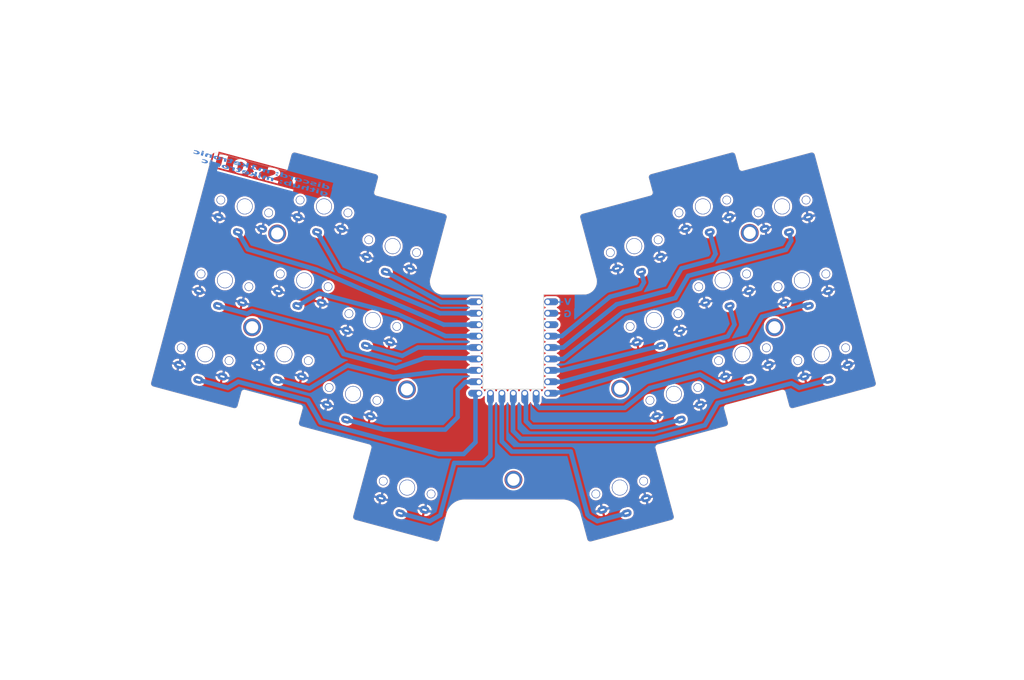
<source format=kicad_pcb>
(kicad_pcb (version 20240108) (generator "pcbnew") (generator_version "8.0")
  (title_block (title "Capsule") (date "2023-06-15") (rev "1.0"))
  (layers (0 "F.Cu" signal) (31 "B.Cu" signal) (34 "B.Paste" user) (35 "F.Paste" user) (36 "B.SilkS" user "B.Silkscreen") (37 "F.SilkS" user "F.Silkscreen") (38 "B.Mask" user) (39 "F.Mask" user) (44 "Edge.Cuts" user))
  (net 0 "")
  (net 1 "VCC")
  (net 2 "GND")
  (net 4 "SW01")
  (net 5 "SW11")
  (net 6 "SW02")
  (net 7 "SW12")
  (net 8 "SW03")
  (net 9 "SW13")
  (net 10 "SW04")
  (net 11 "SW14")
  (net 12 "SW05")
  (net 13 "SW15")
  (net 14 "SW06")
  (net 15 "SW16")
  (net 16 "SW07")
  (net 17 "SW17")
  (net 18 "SW08")
  (net 19 "SW18")
  (net 20 "SW09")
  (net 21 "SW19")
  (net 22 "SW10")
  (net 23 "SW20")
  (footprint "miketronic_fplib:M2_Solder_nut_small_HS" (layer "F.Cu") (at 152.085167 106.35586)
    (property "Reference" "H04" (hide yes))
    (property "Value" "M2 Solder Nut")
    (pad "" thru_hole circle (at 0 0) (size 3.8 3.8) (drill 2.7) (layers "*.Cu" "*.Mask"))
    (pad "1" smd circle (at 0 0) (size 4 4) (layers "F.Cu" "F.Mask"))
  )
  (footprint "miketronic_fplib:M2_Solder_nut_small_HS" (layer "F.Cu") (at 70.355462 92.708752)
    (property "Reference" "H06" (hide yes))
    (property "Value" "M2 Solder Nut")
    (pad "" thru_hole circle (at 0 0) (size 3.8 3.8) (drill 2.7) (layers "*.Cu" "*.Mask"))
    (pad "1" smd circle (at 0 0) (size 4 4) (layers "F.Cu" "F.Mask"))
  )
  (footprint "miketronic_fplib:M2_Solder_nut_small_HS" (layer "F.Cu") (at 180.853645 71.73019)
    (property "Reference" "H02" (hide yes))
    (property "Value" "M2 Solder Nut")
    (pad "" thru_hole circle (at 0 0) (size 3.8 3.8) (drill 2.7) (layers "*.Cu" "*.Mask"))
    (pad "1" smd circle (at 0 0) (size 4 4) (layers "F.Cu" "F.Mask"))
  )
  (footprint "miketronic_fplib:M2_Solder_nut_small_HS" (layer "F.Cu") (at 104.724421 106.503971)
    (property "Reference" "H05" (hide yes))
    (property "Value" "M2 Solder Nut")
    (pad "" thru_hole circle (at 0 0) (size 3.8 3.8) (drill 2.7) (layers "*.Cu" "*.Mask"))
    (pad "1" smd circle (at 0 0) (size 4 4) (layers "F.Cu" "F.Mask"))
  )
  (footprint "miketronic_fplib:M2_Solder_nut_small_HS" (layer "F.Cu") (at 128.390921 126.577005)
    (property "Reference" "H03" (hide yes))
    (property "Value" "M2 Solder Nut")
    (pad "" thru_hole circle (at 0 0) (size 3.8 3.8) (drill 2.7) (layers "*.Cu" "*.Mask"))
    (pad "1" smd circle (at 0 0) (size 4 4) (layers "F.Cu" "F.Mask"))
  )
  (footprint "miketronic_fplib:M2_Solder_nut_small_HS" (layer "F.Cu") (at 186.355463 92.708741)
    (property "Reference" "H01" (hide yes))
    (property "Value" "M2 Solder Nut")
    (pad "" thru_hole circle (at 0 0) (size 3.8 3.8) (drill 2.7) (layers "*.Cu" "*.Mask"))
    (pad "1" smd circle (at 0 0) (size 4 4) (layers "F.Cu" "F.Mask"))
  )
  (footprint "miketronic_fplib:M2_Solder_nut_small_HS" (layer "F.Cu") (at 75.91727 71.867916)
    (property "Reference" "H07" (hide yes))
    (property "Value" "M2 Solder Nut")
    (pad "" thru_hole circle (at 0 0) (size 3.8 3.8) (drill 2.7) (layers "*.Cu" "*.Mask"))
    (pad "1" smd circle (at 0 0) (size 4 4) (layers "F.Cu" "F.Mask"))
  )
  (footprint "miketronic_fplib:MB_KailhChoc-1U_rev_17mm_oval" (layer "B.Cu") (at 104.759435 131.121637 165)
    (property "Reference" "SW19")
    (property "Value" "SW")
    (pad "" np_thru_hole circle (at -4.8 2.7 296.9) (size 1.9 1.9) (drill 1.65) (layers "F&B.Cu" "*.Mask"))
    (pad "" np_thru_hole circle (at 0.7 2.7 345) (size 3.5 3.5) (drill 3.25) (layers "F&B.Cu" "*.Mask"))
    (pad "" np_thru_hole circle (at 6.2 2.7 296.9) (size 1.9 1.9) (drill 1.65) (layers "F&B.Cu" "*.Mask"))
    (pad "1" thru_hole oval (at 0.7 -3.2 165) (size 2.2 1.6) (drill oval 1 0.4) (layers "*.Cu" "*.Mask") (net 21 "SW19"))
    (pad "2" thru_hole oval (at -4.3 -1.1 165) (size 2.2 1.6) (drill oval 1 0.4) (layers "*.Cu" "*.Mask") (net 2 "GND"))
    (pad "2" thru_hole oval (at 5.7 -1.1 165) (size 2.2 1.6) (drill oval 1 0.4) (layers "*.Cu" "*.Mask") (net 2 "GND"))
  )
  (footprint "miketronic_fplib:MB_KailhChoc-1U_rev_17mm_oval" (layer "B.Cu") (at 64.291732 85.061279 165)
    (property "Reference" "SW07")
    (property "Value" "SW")
    (pad "" np_thru_hole circle (at -4.8 2.7 296.9) (size 1.9 1.9) (drill 1.65) (layers "F&B.Cu" "*.Mask"))
    (pad "" np_thru_hole circle (at 0.7 2.7 345) (size 3.5 3.5) (drill 3.25) (layers "F&B.Cu" "*.Mask"))
    (pad "" np_thru_hole circle (at 6.2 2.7 296.9) (size 1.9 1.9) (drill 1.65) (layers "F&B.Cu" "*.Mask"))
    (pad "1" thru_hole oval (at 0.7 -3.2 165) (size 2.2 1.6) (drill oval 1 0.4) (layers "*.Cu" "*.Mask") (net 16 "SW07"))
    (pad "2" thru_hole oval (at -4.3 -1.1 165) (size 2.2 1.6) (drill oval 1 0.4) (layers "*.Cu" "*.Mask") (net 2 "GND"))
    (pad "2" thru_hole oval (at 5.7 -1.1 165) (size 2.2 1.6) (drill oval 1 0.4) (layers "*.Cu" "*.Mask") (net 2 "GND"))
  )
  (footprint "miketronic_fplib:MB_KailhChoc-1U_rev_17mm_oval" (layer "B.Cu") (at 77.491829 101.482067 165)
    (property "Reference" "SW14")
    (property "Value" "SW")
    (pad "" np_thru_hole circle (at -4.8 2.7 296.9) (size 1.9 1.9) (drill 1.65) (layers "F&B.Cu" "*.Mask"))
    (pad "" np_thru_hole circle (at 0.7 2.7 345) (size 3.5 3.5) (drill 3.25) (layers "F&B.Cu" "*.Mask"))
    (pad "" np_thru_hole circle (at 6.2 2.7 296.9) (size 1.9 1.9) (drill 1.65) (layers "F&B.Cu" "*.Mask"))
    (pad "1" thru_hole oval (at 0.7 -3.2 165) (size 2.2 1.6) (drill oval 1 0.4) (layers "*.Cu" "*.Mask") (net 11 "SW14"))
    (pad "2" thru_hole oval (at -4.3 -1.1 165) (size 2.2 1.6) (drill oval 1 0.4) (layers "*.Cu" "*.Mask") (net 2 "GND"))
    (pad "2" thru_hole oval (at 5.7 -1.1 165) (size 2.2 1.6) (drill oval 1 0.4) (layers "*.Cu" "*.Mask") (net 2 "GND"))
  )
  (footprint "miketronic_fplib:MB_KailhChoc-1U_rev_17mm_oval" (layer "B.Cu") (at 193.825218 84.699001 -165)
    (property "Reference" "SW12")
    (property "Value" "SW")
    (pad "" np_thru_hole circle (at -4.8 2.7 326.9) (size 1.9 1.9) (drill 1.65) (layers "F&B.Cu" "*.Mask"))
    (pad "" np_thru_hole circle (at 0.700001 2.7 15) (size 3.5 3.5) (drill 3.25) (layers "F&B.Cu" "*.Mask"))
    (pad "" np_thru_hole circle (at 6.2 2.7 326.9) (size 1.9 1.9) (drill 1.65) (layers "F&B.Cu" "*.Mask"))
    (pad "1" thru_hole oval (at 0.7 -3.2 195) (size 2.2 1.6) (drill oval 1 0.4) (layers "*.Cu" "*.Mask") (net 7 "SW12"))
    (pad "2" thru_hole oval (at -4.3 -1.1 195) (size 2.2 1.6) (drill oval 1 0.4) (layers "*.Cu" "*.Mask") (net 2 "GND"))
    (pad "2" thru_hole oval (at 5.7 -1.1 195) (size 2.2 1.6) (drill oval 1 0.4) (layers "*.Cu" "*.Mask") (net 2 "GND"))
  )
  (footprint "miketronic_fplib:MB_KailhChoc-1U_rev_17mm_oval" (layer "B.Cu") (at 171.825291 68.278281 -165)
    (property "Reference" "SW05")
    (property "Value" "SW")
    (pad "" np_thru_hole circle (at -4.8 2.7 326.9) (size 1.9 1.9) (drill 1.65) (layers "F&B.Cu" "*.Mask"))
    (pad "" np_thru_hole circle (at 0.700001 2.7 15) (size 3.5 3.5) (drill 3.25) (layers "F&B.Cu" "*.Mask"))
    (pad "" np_thru_hole circle (at 6.2 2.7 326.9) (size 1.9 1.9) (drill 1.65) (layers "F&B.Cu" "*.Mask"))
    (pad "1" thru_hole oval (at 0.7 -3.2 195) (size 2.2 1.6) (drill oval 1 0.4) (layers "*.Cu" "*.Mask") (net 12 "SW05"))
    (pad "2" thru_hole oval (at -4.3 -1.1 195) (size 2.2 1.6) (drill oval 1 0.4) (layers "*.Cu" "*.Mask") (net 2 "GND"))
    (pad "2" thru_hole oval (at 5.7 -1.1 195) (size 2.2 1.6) (drill oval 1 0.4) (layers "*.Cu" "*.Mask") (net 2 "GND"))
  )
  (footprint "miketronic_fplib:MB_rp2040-zero-tht" (layer "B.Cu") (at 128.349492 97.208932 180)
    (property "Reference" "U1" (hide yes))
    (property "Value" "rp2040-zero" (hide yes))
    (fp_line (start 6.75 -9.25) (end 6.75 11.75) (stroke (width 0.15)) (layer "Edge.Cuts"))
    (fp_line (start -6.75 11.75) (end -6.75 -9.25) (stroke (width 0.15)) (layer "Edge.Cuts"))
    (fp_line (start -6.75 -9.25) (end 6.75 -9.25) (stroke (width 0.15)) (layer "Edge.Cuts"))
    (pad "1" thru_hole oval (at 7.62 10.16) (size 3.13 1.5) (drill 1 (offset -0.815 0)) (layers "*.Cu" "*.Mask") (net 8 "SW03"))
    (pad "2" thru_hole oval (at 7.62 7.62) (size 3.13 1.5) (drill 1 (offset -0.815 0)) (layers "*.Cu" "*.Mask") (net 6 "SW02"))
    (pad "3" thru_hole oval (at 7.62 5.08) (size 3.13 1.5) (drill 1 (offset -0.815 0)) (layers "*.Cu" "*.Mask") (net 4 "SW01"))
    (pad "4" thru_hole oval (at 7.62 2.539999) (size 3.13 1.5) (drill 1 (offset -0.815 0)) (layers "*.Cu" "*.Mask") (net 18 "SW08"))
    (pad "5" thru_hole oval (at 7.62 0) (size 3.13 1.5) (drill 1 (offset -0.815 0)) (layers "*.Cu" "*.Mask") (net 20 "SW09"))
    (pad "6" thru_hole oval (at 7.62 -2.54) (size 3.13 1.5) (drill 1 (offset -0.815 0)) (layers "*.Cu" "*.Mask") (net 16 "SW07"))
    (pad "7" thru_hole oval (at 7.62 -5.08) (size 3.13 1.5) (drill 1 (offset -0.815 0)) (layers "*.Cu" "*.Mask") (net 11 "SW14"))
    (pad "8" thru_hole oval (at 7.62 -7.62) (size 3.13 1.5) (drill 1 (offset -0.815 0)) (layers "*.Cu" "*.Mask") (net 13 "SW15"))
    (pad "9" thru_hole oval (at 7.62 -10.160001) (size 3.13 1.5) (drill 1 (offset -0.815 0)) (layers "*.Cu" "*.Mask") (net 9 "SW13"))
    (pad "10" thru_hole oval (at 5.08 -10.16 90) (size 3.09 1.5) (drill 1 (offset -0.795 0)) (layers "*.Cu" "*.Mask") (net 21 "SW19"))
    (pad "11" thru_hole oval (at 2.54 -10.16 90) (size 3.09 1.5) (drill 1 (offset -0.795 0)) (layers "*.Cu" "*.Mask") (net 23 "SW20"))
    (pad "12" thru_hole oval (at 0 -10.159999 90) (size 3.09 1.5) (drill 1 (offset -0.795 0)) (layers "*.Cu" "*.Mask") (net 19 "SW18"))
    (pad "13" thru_hole oval (at -2.54 -10.16 90) (size 3.09 1.5) (drill 1 (offset -0.795 0)) (layers "*.Cu" "*.Mask") (net 15 "SW16"))
    (pad "14" thru_hole oval (at -5.08 -10.16 90) (size 3.09 1.5) (drill 1 (offset -0.795 0)) (layers "*.Cu" "*.Mask") (net 17 "SW17"))
    (pad "15" thru_hole oval (at -7.62 -10.16 180) (size 3.13 1.5) (drill 1 (offset -0.815 0)) (layers "*.Cu" "*.Mask") (net 7 "SW12"))
    (pad "16" thru_hole oval (at -7.62 -7.62 180) (size 3.13 1.5) (drill 1 (offset -0.815 0)) (layers "*.Cu" "*.Mask") (net 5 "SW11"))
    (pad "17" thru_hole oval (at -7.62 -5.08 180) (size 3.13 1.5) (drill 1 (offset -0.815 0)) (layers "*.Cu" "*.Mask") (net 22 "SW10"))
    (pad "18" thru_hole oval (at -7.62 -2.54 180) (size 3.13 1.5) (drill 1 (offset -0.815 0)) (layers "*.Cu" "*.Mask") (net 14 "SW06"))
    (pad "19" thru_hole oval (at -7.62 0 180) (size 3.13 1.5) (drill 1 (offset -0.815 0)) (layers "*.Cu" "*.Mask") (net 12 "SW05"))
    (pad "20" thru_hole oval (at -7.62 2.54 180) (size 3.13 1.5) (drill 1 (offset -0.815 0)) (layers "*.Cu" "*.Mask") (net 10 "SW04"))
    (pad "21" thru_hole oval (at -7.62 5.08 180) (size 3.13 1.5) (drill 1 (offset -0.815 0)) (layers "*.Cu" "*.Mask"))
    (pad "22" thru_hole oval (at -7.62 7.62 180) (size 3.13 1.5) (drill 1 (offset -0.815 0)) (layers "*.Cu" "*.Mask") (net 2 "GND"))
    (pad "23" thru_hole oval (at -7.62 10.16 180) (size 3.13 1.5) (drill 1 (offset -0.815 0)) (layers "*.Cu" "*.Mask") (net 1 "VCC"))
  )
  (footprint "miketronic_fplib:MB_KailhChoc-1U_rev_17mm_oval" (layer "B.Cu") (at 92.738324 110.312888 165)
    (property "Reference" "SW15")
    (property "Value" "SW")
    (pad "" np_thru_hole circle (at -4.8 2.7 296.9) (size 1.9 1.9) (drill 1.65) (layers "F&B.Cu" "*.Mask"))
    (pad "" np_thru_hole circle (at 0.7 2.7 345) (size 3.5 3.5) (drill 3.25) (layers "F&B.Cu" "*.Mask"))
    (pad "" np_thru_hole circle (at 6.2 2.7 296.9) (size 1.9 1.9) (drill 1.65) (layers "F&B.Cu" "*.Mask"))
    (pad "1" thru_hole oval (at 0.7 -3.2 165) (size 2.2 1.6) (drill oval 1 0.4) (layers "*.Cu" "*.Mask") (net 13 "SW15"))
    (pad "2" thru_hole oval (at -4.3 -1.1 165) (size 2.2 1.6) (drill oval 1 0.4) (layers "*.Cu" "*.Mask") (net 2 "GND"))
    (pad "2" thru_hole oval (at 5.7 -1.1 165) (size 2.2 1.6) (drill oval 1 0.4) (layers "*.Cu" "*.Mask") (net 2 "GND"))
  )
  (footprint "miketronic_fplib:MB_KailhChoc-1U_rev_17mm_oval" (layer "B.Cu") (at 68.691665 68.640569 165)
    (property "Reference" "SW01")
    (property "Value" "SW")
    (pad "" np_thru_hole circle (at -4.8 2.7 296.9) (size 1.9 1.9) (drill 1.65) (layers "F&B.Cu" "*.Mask"))
    (pad "" np_thru_hole circle (at 0.7 2.7 345) (size 3.5 3.5) (drill 3.25) (layers "F&B.Cu" "*.Mask"))
    (pad "" np_thru_hole circle (at 6.2 2.7 296.9) (size 1.9 1.9) (drill 1.65) (layers "F&B.Cu" "*.Mask"))
    (pad "1" thru_hole oval (at 0.7 -3.2 165) (size 2.2 1.6) (drill oval 1 0.4) (layers "*.Cu" "*.Mask") (net 4 "SW01"))
    (pad "2" thru_hole oval (at -4.3 -1.1 165) (size 2.2 1.6) (drill oval 1 0.4) (layers "*.Cu" "*.Mask") (net 2 "GND"))
    (pad "2" thru_hole oval (at 5.7 -1.1 165) (size 2.2 1.6) (drill oval 1 0.4) (layers "*.Cu" "*.Mask") (net 2 "GND"))
  )
  (footprint "miketronic_fplib:MB_KailhChoc-1U_rev_17mm_oval" (layer "B.Cu") (at 176.225215 84.69902 -165)
    (property "Reference" "SW11")
    (property "Value" "SW")
    (pad "" np_thru_hole circle (at -4.8 2.7 326.9) (size 1.9 1.9) (drill 1.65) (layers "F&B.Cu" "*.Mask"))
    (pad "" np_thru_hole circle (at 0.700001 2.7 15) (size 3.5 3.5) (drill 3.25) (layers "F&B.Cu" "*.Mask"))
    (pad "" np_thru_hole circle (at 6.2 2.7 326.9) (size 1.9 1.9) (drill 1.65) (layers "F&B.Cu" "*.Mask"))
    (pad "1" thru_hole oval (at 0.7 -3.2 195) (size 2.2 1.6) (drill oval 1 0.4) (layers "*.Cu" "*.Mask") (net 5 "SW11"))
    (pad "2" thru_hole oval (at -4.3 -1.1 195) (size 2.2 1.6) (drill oval 1 0.4) (layers "*.Cu" "*.Mask") (net 2 "GND"))
    (pad "2" thru_hole oval (at 5.7 -1.1 195) (size 2.2 1.6) (drill oval 1 0.4) (layers "*.Cu" "*.Mask") (net 2 "GND"))
  )
  (footprint "miketronic_fplib:MB_KailhChoc-1U_rev_17mm_oval" (layer "B.Cu") (at 180.625138 101.119757 -165)
    (property "Reference" "SW17")
    (property "Value" "SW")
    (pad "" np_thru_hole circle (at -4.8 2.7 326.9) (size 1.9 1.9) (drill 1.65) (layers "F&B.Cu" "*.Mask"))
    (pad "" np_thru_hole circle (at 0.700001 2.7 15) (size 3.5 3.5) (drill 3.25) (layers "F&B.Cu" "*.Mask"))
    (pad "" np_thru_hole circle (at 6.2 2.7 326.9) (size 1.9 1.9) (drill 1.65) (layers "F&B.Cu" "*.Mask"))
    (pad "1" thru_hole oval (at 0.7 -3.2 195) (size 2.2 1.6) (drill oval 1 0.4) (layers "*.Cu" "*.Mask") (net 17 "SW17"))
    (pad "2" thru_hole oval (at -4.3 -1.1 195) (size 2.2 1.6) (drill oval 1 0.4) (layers "*.Cu" "*.Mask") (net 2 "GND"))
    (pad "2" thru_hole oval (at 5.7 -1.1 195) (size 2.2 1.6) (drill oval 1 0.4) (layers "*.Cu" "*.Mask") (net 2 "GND"))
  )
  (footprint "miketronic_fplib:MB_KailhChoc-1U_rev_17mm_oval" (layer "B.Cu") (at 59.891827 101.482083 165)
    (property "Reference" "SW13")
    (property "Value" "SW")
    (pad "" np_thru_hole circle (at -4.8 2.7 296.9) (size 1.9 1.9) (drill 1.65) (layers "F&B.Cu" "*.Mask"))
    (pad "" np_thru_hole circle (at 0.7 2.7 345) (size 3.5 3.5) (drill 3.25) (layers "F&B.Cu" "*.Mask"))
    (pad "" np_thru_hole circle (at 6.2 2.7 296.9) (size 1.9 1.9) (drill 1.65) (layers "F&B.Cu" "*.Mask"))
    (pad "1" thru_hole oval (at 0.7 -3.2 165) (size 2.2 1.6) (drill oval 1 0.4) (layers "*.Cu" "*.Mask") (net 9 "SW13"))
    (pad "2" thru_hole oval (at -4.3 -1.1 165) (size 2.2 1.6) (drill oval 1 0.4) (layers "*.Cu" "*.Mask") (net 2 "GND"))
    (pad "2" thru_hole oval (at 5.7 -1.1 165) (size 2.2 1.6) (drill oval 1 0.4) (layers "*.Cu" "*.Mask") (net 2 "GND"))
  )
  (footprint "miketronic_fplib:MB_KailhChoc-1U_rev_17mm_oval" (layer "B.Cu") (at 156.585267 77.108261 -165)
    (property "Reference" "SW04")
    (property "Value" "SW")
    (pad "" np_thru_hole circle (at -4.8 2.7 326.9) (size 1.9 1.9) (drill 1.65) (layers "F&B.Cu" "*.Mask"))
    (pad "" np_thru_hole circle (at 0.700001 2.7 15) (size 3.5 3.5) (drill 3.25) (layers "F&B.Cu" "*.Mask"))
    (pad "" np_thru_hole circle (at 6.2 2.7 326.9) (size 1.9 1.9) (drill 1.65) (layers "F&B.Cu" "*.Mask"))
    (pad "1" thru_hole oval (at 0.7 -3.2 195) (size 2.2 1.6) (drill oval 1 0.4) (layers "*.Cu" "*.Mask") (net 10 "SW04"))
    (pad "2" thru_hole oval (at -4.3 -1.1 195) (size 2.2 1.6) (drill oval 1 0.4) (layers "*.Cu" "*.Mask") (net 2 "GND"))
    (pad "2" thru_hole oval (at 5.7 -1.1 195) (size 2.2 1.6) (drill oval 1 0.4) (layers "*.Cu" "*.Mask") (net 2 "GND"))
  )
  (footprint "miketronic_fplib:MB_KailhChoc-1U_rev_17mm_oval" (layer "B.Cu") (at 101.538187 77.471471 165)
    (property "Reference" "SW03")
    (property "Value" "SW")
    (pad "" np_thru_hole circle (at -4.8 2.7 296.9) (size 1.9 1.9) (drill 1.65) (layers "F&B.Cu" "*.Mask"))
    (pad "" np_thru_hole circle (at 0.7 2.7 345) (size 3.5 3.5) (drill 3.25) (layers "F&B.Cu" "*.Mask"))
    (pad "" np_thru_hole circle (at 6.2 2.7 296.9) (size 1.9 1.9) (drill 1.65) (layers "F&B.Cu" "*.Mask"))
    (pad "1" thru_hole oval (at 0.7 -3.2 165) (size 2.2 1.6) (drill oval 1 0.4) (layers "*.Cu" "*.Mask") (net 8 "SW03"))
    (pad "2" thru_hole oval (at -4.3 -1.1 165) (size 2.2 1.6) (drill oval 1 0.4) (layers "*.Cu" "*.Mask") (net 2 "GND"))
    (pad "2" thru_hole oval (at 5.7 -1.1 165) (size 2.2 1.6) (drill oval 1 0.4) (layers "*.Cu" "*.Mask") (net 2 "GND"))
  )
  (footprint "miketronic_fplib:MB_KailhChoc-1U_rev_17mm_oval" (layer "B.Cu") (at 189.425294 68.278262 -165)
    (property "Reference" "SW06")
    (property "Value" "SW")
    (pad "" np_thru_hole circle (at -4.8 2.7 326.9) (size 1.9 1.9) (drill 1.65) (layers "F&B.Cu" "*.Mask"))
    (pad "" np_thru_hole circle (at 0.700001 2.7 15) (size 3.5 3.5) (drill 3.25) (layers "F&B.Cu" "*.Mask"))
    (pad "" np_thru_hole circle (at 6.2 2.7 326.9) (size 1.9 1.9) (drill 1.65) (layers "F&B.Cu" "*.Mask"))
    (pad "1" thru_hole oval (at 0.7 -3.2 195) (size 2.2 1.6) (drill oval 1 0.4) (layers "*.Cu" "*.Mask") (net 14 "SW06"))
    (pad "2" thru_hole oval (at -4.3 -1.1 195) (size 2.2 1.6) (drill oval 1 0.4) (layers "*.Cu" "*.Mask") (net 2 "GND"))
    (pad "2" thru_hole oval (at 5.7 -1.1 195) (size 2.2 1.6) (drill oval 1 0.4) (layers "*.Cu" "*.Mask") (net 2 "GND"))
  )
  (footprint "miketronic_fplib:MB_KailhChoc-1U_rev_17mm_oval" (layer "B.Cu") (at 81.89176 85.061359 165)
    (property "Reference" "SW08")
    (property "Value" "SW")
    (pad "" np_thru_hole circle (at -4.8 2.7 296.9) (size 1.9 1.9) (drill 1.65) (layers "F&B.Cu" "*.Mask"))
    (pad "" np_thru_hole circle (at 0.7 2.7 345) (size 3.5 3.5) (drill 3.25) (layers "F&B.Cu" "*.Mask"))
    (pad "" np_thru_hole circle (at 6.2 2.7 296.9) (size 1.9 1.9) (drill 1.65) (layers "F&B.Cu" "*.Mask"))
    (pad "1" thru_hole oval (at 0.7 -3.2 165) (size 2.2 1.6) (drill oval 1 0.4) (layers "*.Cu" "*.Mask") (net 18 "SW08"))
    (pad "2" thru_hole oval (at -4.3 -1.1 165) (size 2.2 1.6) (drill oval 1 0.4) (layers "*.Cu" "*.Mask") (net 2 "GND"))
    (pad "2" thru_hole oval (at 5.7 -1.1 165) (size 2.2 1.6) (drill oval 1 0.4) (layers "*.Cu" "*.Mask") (net 2 "GND"))
  )
  (footprint "miketronic_fplib:MB_KailhChoc-1U_rev_17mm_oval" (layer "B.Cu") (at 153.369096 130.758558 -165)
    (property "Reference" "SW20")
    (property "Value" "SW")
    (pad "" np_thru_hole circle (at -4.8 2.7 326.9) (size 1.9 1.9) (drill 1.65) (layers "F&B.Cu" "*.Mask"))
    (pad "" np_thru_hole circle (at 0.700001 2.7 15) (size 3.5 3.5) (drill 3.25) (layers "F&B.Cu" "*.Mask"))
    (pad "" np_thru_hole circle (at 6.2 2.7 326.9) (size 1.9 1.9) (drill 1.65) (layers "F&B.Cu" "*.Mask"))
    (pad "1" thru_hole oval (at 0.7 -3.2 195) (size 2.2 1.6) (drill oval 1 0.4) (layers "*.Cu" "*.Mask") (net 23 "SW20"))
    (pad "2" thru_hole oval (at -4.3 -1.1 195) (size 2.2 1.6) (drill oval 1 0.4) (layers "*.Cu" "*.Mask") (net 2 "GND"))
    (pad "2" thru_hole oval (at 5.7 -1.1 195) (size 2.2 1.6) (drill oval 1 0.4) (layers "*.Cu" "*.Mask") (net 2 "GND"))
  )
  (footprint "miketronic_fplib:MB_KailhChoc-1U_rev_17mm_oval" (layer "B.Cu") (at 160.985191 93.529002 -165)
    (property "Reference" "SW10")
    (property "Value" "SW")
    (pad "" np_thru_hole circle (at -4.8 2.7 326.9) (size 1.9 1.9) (drill 1.65) (layers "F&B.Cu" "*.Mask"))
    (pad "" np_thru_hole circle (at 0.700001 2.7 15) (size 3.5 3.5) (drill 3.25) (layers "F&B.Cu" "*.Mask"))
    (pad "" np_thru_hole circle (at 6.2 2.7 326.9) (size 1.9 1.9) (drill 1.65) (layers "F&B.Cu" "*.Mask"))
    (pad "1" thru_hole oval (at 0.7 -3.2 195) (size 2.2 1.6) (drill oval 1 0.4) (layers "*.Cu" "*.Mask") (net 22 "SW10"))
    (pad "2" thru_hole oval (at -4.3 -1.1 195) (size 2.2 1.6) (drill oval 1 0.4) (layers "*.Cu" "*.Mask") (net 2 "GND"))
    (pad "2" thru_hole oval (at 5.7 -1.1 195) (size 2.2 1.6) (drill oval 1 0.4) (layers "*.Cu" "*.Mask") (net 2 "GND"))
  )
  (footprint "miketronic_fplib:MB_KailhChoc-1U_rev_17mm_oval" (layer "B.Cu") (at 86.291667 68.640557 165)
    (property "Reference" "SW02")
    (property "Value" "SW")
    (pad "" np_thru_hole circle (at -4.8 2.7 296.9) (size 1.9 1.9) (drill 1.65) (layers "F&B.Cu" "*.Mask"))
    (pad "" np_thru_hole circle (at 0.7 2.7 345) (size 3.5 3.5) (drill 3.25) (layers "F&B.Cu" "*.Mask"))
    (pad "" np_thru_hole circle (at 6.2 2.7 296.9) (size 1.9 1.9) (drill 1.65) (layers "F&B.Cu" "*.Mask"))
    (pad "1" thru_hole oval (at 0.7 -3.2 165) (size 2.2 1.6) (drill oval 1 0.4) (layers "*.Cu" "*.Mask") (net 6 "SW02"))
    (pad "2" thru_hole oval (at -4.3 -1.1 165) (size 2.2 1.6) (drill oval 1 0.4) (layers "*.Cu" "*.Mask") (net 2 "GND"))
    (pad "2" thru_hole oval (at 5.7 -1.1 165) (size 2.2 1.6) (drill oval 1 0.4) (layers "*.Cu" "*.Mask") (net 2 "GND"))
  )
  (footprint "miketronic_fplib:MB_KailhChoc-1U_rev_17mm_oval" (layer "B.Cu") (at 165.385115 109.94974 -165)
    (property "Reference" "SW16")
    (property "Value" "SW")
    (pad "" np_thru_hole circle (at -4.8 2.7 326.9) (size 1.9 1.9) (drill 1.65) (layers "F&B.Cu" "*.Mask"))
    (pad "" np_thru_hole circle (at 0.700001 2.7 15) (size 3.5 3.5) (drill 3.25) (layers "F&B.Cu" "*.Mask"))
    (pad "" np_thru_hole circle (at 6.2 2.7 326.9) (size 1.9 1.9) (drill 1.65) (layers "F&B.Cu" "*.Mask"))
    (pad "1" thru_hole oval (at 0.7 -3.2 195) (size 2.2 1.6) (drill oval 1 0.4) (layers "*.Cu" "*.Mask") (net 15 "SW16"))
    (pad "2" thru_hole oval (at -4.3 -1.1 195) (size 2.2 1.6) (drill oval 1 0.4) (layers "*.Cu" "*.Mask") (net 2 "GND"))
    (pad "2" thru_hole oval (at 5.7 -1.1 195) (size 2.2 1.6) (drill oval 1 0.4) (layers "*.Cu" "*.Mask") (net 2 "GND"))
  )
  (footprint "miketronic_fplib:MB_KailhChoc-1U_rev_17mm_oval" (layer "B.Cu") (at 198.225138 101.119741 -165)
    (property "Reference" "SW18")
    (property "Value" "SW")
    (pad "" np_thru_hole circle (at -4.8 2.7 326.9) (size 1.9 1.9) (drill 1.65) (layers "F&B.Cu" "*.Mask"))
    (pad "" np_thru_hole circle (at 0.700001 2.7 15) (size 3.5 3.5) (drill 3.25) (layers "F&B.Cu" "*.Mask"))
    (pad "" np_thru_hole circle (at 6.2 2.7 326.9) (size 1.9 1.9) (drill 1.65) (layers "F&B.Cu" "*.Mask"))
    (pad "1" thru_hole oval (at 0.7 -3.2 195) (size 2.2 1.6) (drill oval 1 0.4) (layers "*.Cu" "*.Mask") (net 19 "SW18"))
    (pad "2" thru_hole oval (at -4.3 -1.1 195) (size 2.2 1.6) (drill oval 1 0.4) (layers "*.Cu" "*.Mask") (net 2 "GND"))
    (pad "2" thru_hole oval (at 5.7 -1.1 195) (size 2.2 1.6) (drill oval 1 0.4) (layers "*.Cu" "*.Mask") (net 2 "GND"))
  )
  (footprint "miketronic_fplib:MB_KailhChoc-1U_rev_17mm_oval" (layer "B.Cu") (at 97.138257 93.892179 165)
    (property "Reference" "SW09")
    (property "Value" "SW")
    (pad "" np_thru_hole circle (at -4.8 2.7 296.9) (size 1.9 1.9) (drill 1.65) (layers "F&B.Cu" "*.Mask"))
    (pad "" np_thru_hole circle (at 0.7 2.7 345) (size 3.5 3.5) (drill 3.25) (layers "F&B.Cu" "*.Mask"))
    (pad "" np_thru_hole circle (at 6.2 2.7 296.9) (size 1.9 1.9) (drill 1.65) (layers "F&B.Cu" "*.Mask"))
    (pad "1" thru_hole oval (at 0.7 -3.2 165) (size 2.2 1.6) (drill oval 1 0.4) (layers "*.Cu" "*.Mask") (net 20 "SW09"))
    (pad "2" thru_hole oval (at -4.3 -1.1 165) (size 2.2 1.6) (drill oval 1 0.4) (layers "*.Cu" "*.Mask") (net 2 "GND"))
    (pad "2" thru_hole oval (at 5.7 -1.1 165) (size 2.2 1.6) (drill oval 1 0.4) (layers "*.Cu" "*.Mask") (net 2 "GND"))
  )
  (gr_line (start 145.659816 140.290065) (end 163.489469 135.518965) (stroke (width 0.05)) (layer "Edge.Cuts"))
  (gr_arc (start 176.779113 53.897873) (mid 177.322145 53.950196) (end 177.659463 54.378969) (stroke (width 0.05)) (layer "Edge.Cuts"))
  (gr_line (start 178.479469 57.438966) (end 177.659463 54.378969) (stroke (width 0.05)) (layer "Edge.Cuts"))
  (gr_line (start 67.949113 107.100065) (end 67.119816 110.177872) (stroke (width 0.05)) (layer "Edge.Cuts"))
  (gr_line (start 81.250561 114.699319) (end 96.348366 118.73862) (stroke (width 0.05)) (layer "Edge.Cuts"))
  (gr_arc (start 81.098368 109.908618) (mid 81.527236 110.245896) (end 81.579465 110.788967) (stroke (width 0.05)) (layer "Edge.Cuts"))
  (gr_arc (start 208.830562 104.988616) (mid 208.778304 105.531704) (end 208.349468 105.868965) (stroke (width 0.05)) (layer "Edge.Cuts"))
  (gr_line (start 163.970562 134.638613) (end 159.938369 119.619321) (stroke (width 0.05)) (layer "Edge.Cuts"))
  (gr_arc (start 143.238368 68.379321) (mid 143.29074 67.83631) (end 143.719465 67.49897) (stroke (width 0.05)) (layer "Edge.Cuts"))
  (gr_arc (start 158.478367 59.559323) (mid 158.530736 59.016328) (end 158.959461 58.678971) (stroke (width 0.05)) (layer "Edge.Cuts"))
  (gr_line (start 96.829468 119.618968) (end 92.808368 134.628613) (stroke (width 0.05)) (layer "Edge.Cuts"))
  (gr_line (start 143.238368 68.379321) (end 146.88358 82.023525) (stroke (width 0.05)) (layer "Edge.Cuts"))
  (gr_arc (start 159.29056 62.568617) (mid 159.238245 63.111643) (end 158.809464 63.448967) (stroke (width 0.05)) (layer "Edge.Cuts"))
  (gr_arc (start 175.990562 113.818616) (mid 175.938304 114.361704) (end 175.509467 114.698965) (stroke (width 0.05)) (layer "Edge.Cuts"))
  (gr_arc (start 97.808369 58.678616) (mid 98.237238 59.015895) (end 98.289463 59.558968) (stroke (width 0.05)) (layer "Edge.Cuts"))
  (gr_line (start 143.719465 67.49897) (end 158.809464 63.448967) (stroke (width 0.05)) (layer "Edge.Cuts"))
  (gr_arc (start 61.459112 54.380063) (mid 61.796424 53.95126) (end 62.339466 53.898969) (stroke (width 0.05)) (layer "Edge.Cuts"))
  (gr_arc (start 187.939111 106.627875) (mid 188.482144 106.680196) (end 188.819461 107.10897) (stroke (width 0.05)) (layer "Edge.Cuts"))
  (gr_arc (start 79.099114 54.370067) (mid 79.436439 53.941327) (end 79.979463 53.888967) (stroke (width 0.05)) (layer "Edge.Cuts"))
  (gr_line (start 144.779465 139.808969) (end 143.28651 134.197346) (stroke (width 0.05)) (layer "Edge.Cuts"))
  (gr_arc (start 190.519819 110.660064) (mid 189.976768 110.607758) (end 189.639466 110.178968) (stroke (width 0.05)) (layer "Edge.Cuts"))
  (gr_arc (start 146.88358 82.023525) (mid 146.329001 84.283576) (end 144.306799 85.435124) (stroke (width 0.05)) (layer "Edge.Cuts"))
  (gr_arc (start 111.979465 139.80897) (mid 111.642139 140.237699) (end 111.099114 140.290064) (stroke (width 0.05)) (layer "Edge.Cuts"))
  (gr_arc (start 67.119816 110.177872) (mid 66.782505 110.606635) (end 66.239461 110.65897) (stroke (width 0.05)) (layer "Edge.Cuts"))
  (gr_line (start 112.441211 85.453881) (end 121.599466 85.458969) (stroke (width 0.05)) (layer "Edge.Cuts"))
  (gr_arc (start 145.659816 140.290065) (mid 145.116812 140.237701) (end 144.779465 139.808969) (stroke (width 0.05)) (layer "Edge.Cuts"))
  (gr_arc (start 78.276772 57.440187) (mid 77.939511 57.869043) (end 77.39642 57.921286) (stroke (width 0.05)) (layer "Edge.Cuts"))
  (gr_arc (start 97.960558 63.459321) (mid 97.531802 63.121996) (end 97.479466 62.57897) (stroke (width 0.05)) (layer "Edge.Cuts"))
  (gr_line (start 179.359815 57.920067) (end 194.419115 53.897869) (stroke (width 0.05)) (layer "Edge.Cuts"))
  (gr_line (start 113.482416 134.207347) (end 111.979465 139.80897) (stroke (width 0.05)) (layer "Edge.Cuts"))
  (gr_line (start 93.289464 135.508967) (end 111.099114 140.290064) (stroke (width 0.05)) (layer "Edge.Cuts"))
  (gr_line (start 81.579465 110.788967) (end 80.769463 113.81897) (stroke (width 0.05)) (layer "Edge.Cuts"))
  (gr_line (start 158.478367 59.559323) (end 159.29056 62.568617) (stroke (width 0.05)) (layer "Edge.Cuts"))
  (gr_arc (start 81.250561 114.699319) (mid 80.8218 114.362013) (end 80.769463 113.81897) (stroke (width 0.05)) (layer "Edge.Cuts"))
  (gr_line (start 61.459112 54.380063) (end 47.929466 104.988965) (stroke (width 0.05)) (layer "Edge.Cuts"))
  (gr_arc (start 175.178367 110.789324) (mid 175.230737 110.24631) (end 175.659464 109.908971) (stroke (width 0.05)) (layer "Edge.Cuts"))
  (gr_line (start 48.41056 105.869318) (end 66.239461 110.65897) (stroke (width 0.05)) (layer "Edge.Cuts"))
  (gr_line (start 160.41946 118.73897) (end 175.509467 114.698965) (stroke (width 0.05)) (layer "Edge.Cuts"))
  (gr_line (start 158.959461 58.678971) (end 176.779113 53.897873) (stroke (width 0.05)) (layer "Edge.Cuts"))
  (gr_arc (start 113.482416 134.207347) (mid 114.94317 131.889657) (end 117.529464 130.986077) (stroke (width 0.05)) (layer "Edge.Cuts"))
  (gr_line (start 175.659464 109.908971) (end 187.939111 106.627875) (stroke (width 0.05)) (layer "Edge.Cuts"))
  (gr_arc (start 194.419115 53.897869) (mid 194.962177 53.950137) (end 195.299461 54.37897) (stroke (width 0.05)) (layer "Edge.Cuts"))
  (gr_arc (start 93.289464 135.508967) (mid 92.860679 135.171641) (end 92.808368 134.628613) (stroke (width 0.05)) (layer "Edge.Cuts"))
  (gr_line (start 189.639466 110.178968) (end 188.819461 107.10897) (stroke (width 0.05)) (layer "Edge.Cuts"))
  (gr_arc (start 67.949113 107.100065) (mid 68.286441 106.671324) (end 68.829466 106.618969) (stroke (width 0.05)) (layer "Edge.Cuts"))
  (gr_line (start 62.339466 53.898969) (end 77.39642 57.921286) (stroke (width 0.05)) (layer "Edge.Cuts"))
  (gr_line (start 97.479466 62.57897) (end 98.289463 59.558968) (stroke (width 0.05)) (layer "Edge.Cuts"))
  (gr_line (start 190.519819 110.660064) (end 208.349468 105.868965) (stroke (width 0.05)) (layer "Edge.Cuts"))
  (gr_line (start 109.875351 82.043524) (end 113.529466 68.388969) (stroke (width 0.05)) (layer "Edge.Cuts"))
  (gr_line (start 117.529464 130.986077) (end 139.239463 130.976078) (stroke (width 0.05)) (layer "Edge.Cuts"))
  (gr_arc (start 139.239463 130.976078) (mid 141.825698 131.879739) (end 143.28651 134.197346) (stroke (width 0.05)) (layer "Edge.Cuts"))
  (gr_line (start 208.830562 104.988616) (end 195.299461 54.37897) (stroke (width 0.05)) (layer "Edge.Cuts"))
  (gr_arc (start 113.048364 67.508619) (mid 113.477166 67.845929) (end 113.529466 68.388969) (stroke (width 0.05)) (layer "Edge.Cuts"))
  (gr_line (start 175.990562 113.818616) (end 175.178367 110.789324) (stroke (width 0.05)) (layer "Edge.Cuts"))
  (gr_line (start 79.979463 53.888967) (end 97.808369 58.678616) (stroke (width 0.05)) (layer "Edge.Cuts"))
  (gr_line (start 79.099114 54.370067) (end 78.276772 57.440187) (stroke (width 0.05)) (layer "Edge.Cuts"))
  (gr_arc (start 159.938369 119.619321) (mid 159.990739 119.076329) (end 160.41946 118.73897) (stroke (width 0.05)) (layer "Edge.Cuts"))
  (gr_arc (start 179.359815 57.920067) (mid 178.816765 57.867758) (end 178.479469 57.438966) (stroke (width 0.05)) (layer "Edge.Cuts"))
  (gr_line (start 68.829466 106.618969) (end 81.098368 109.908618) (stroke (width 0.05)) (layer "Edge.Cuts"))
  (gr_line (start 97.960558 63.459321) (end 113.048364 67.508619) (stroke (width 0.05)) (layer "Edge.Cuts"))
  (gr_arc (start 96.348366 118.73862) (mid 96.777172 119.075913) (end 96.829468 119.618968) (stroke (width 0.05)) (layer "Edge.Cuts"))
  (gr_arc (start 48.41056 105.869318) (mid 47.981873 105.531958) (end 47.929466 104.988965) (stroke (width 0.05)) (layer "Edge.Cuts"))
  (gr_arc (start 163.970562 134.638613) (mid 163.918306 135.181686) (end 163.489469 135.518965) (stroke (width 0.05)) (layer "Edge.Cuts"))
  (gr_line (start 135.099466 85.458964) (end 144.306799 85.435124) (stroke (width 0.05)) (layer "Edge.Cuts"))
  (gr_arc (start 112.441211 85.453881) (mid 110.426614 84.299186) (end 109.875351 82.043524) (stroke (width 0.05)) (layer "Edge.Cuts"))
  (gr_text "10x2 v3" (at 61.604851 57.415769 -15) (layer "F.Cu" knockout) (effects (font (size 3 4) (thickness 0.4) (bold yes)) (justify left bottom)))
  (gr_text "discord: m1ketronic" (at 87.48 62.31 345) (layer "B.Cu") (effects (font (size 1 2) (thickness 0.2) (bold yes) (italic yes)) (justify left bottom mirror)))
  (gr_text "github: miketronic" (at 87.1 63.72 -15) (layer "B.Cu") (effects (font (size 1 2) (thickness 0.2) (bold yes) (italic yes)) (justify left bottom mirror)))
  (gr_text "V+" (at 141.255437 88.008733 0) (layer "B.Cu") (effects (font (size 1.5 1.5) (thickness 0.375) (bold yes)) (justify left bottom mirror)))
  (gr_text "G" (at 141.25544 90.698967 0) (layer "B.Cu") (effects (font (size 1.5 1.5) (thickness 0.375) (bold yes)) (justify left bottom mirror)))
  (segment (start 112.909851 92.125769) (end 112.913014 92.128932) (width 1) (layer "B.Cu") (net 4))
  (segment (start 67.187295 71.55036) (end 69.395865 75.375715) (width 1) (layer "B.Cu") (net 4))
  (segment (start 84.584852 79.875769) (end 112.909851 92.125769) (width 1) (layer "B.Cu") (net 4))
  (segment (start 112.913014 92.128932) (end 120.729493 92.128932) (width 1) (layer "B.Cu") (net 4))
  (segment (start 69.395865 75.375715) (end 84.584852 79.875769) (width 1) (layer "B.Cu") (net 4))
  (segment (start 176.377287 87.971156) (end 177.481849 92.093436) (width 1) (layer "B.Cu") (net 5))
  (segment (start 177.481849 92.093436) (end 175.962489 94.725044) (width 1) (layer "B.Cu") (net 5))
  (segment (start 135.969492 104.828932) (end 139.081689 104.828932) (width 1) (layer "B.Cu") (net 5))
  (segment (start 139.081689 104.828932) (end 175.962489 94.725044) (width 1) (layer "B.Cu") (net 5))
  (segment (start 84.787299 71.550345) (end 89.772442 80.184866) (width 1) (layer "B.Cu") (net 6))
  (segment (start 120.729491 89.588932) (end 112.098015 89.588931) (width 1) (layer "B.Cu") (net 6))
  (segment (start 112.098015 89.588931) (end 89.772442 80.184866) (width 1) (layer "B.Cu") (net 6))
  (segment (start 180.762087 95.25073) (end 183.590515 90.351751) (width 1) (layer "B.Cu") (net 7))
  (segment (start 183.590515 90.351751) (end 193.501108 87.696216) (width 1) (layer "B.Cu") (net 7))
  (segment (start 139.209851 107.150769) (end 169.653941 98.227147) (width 1) (layer "B.Cu") (net 7))
  (segment (start 135.969493 107.368932) (end 139.209851 107.150769) (width 1) (layer "B.Cu") (net 7))
  (segment (start 193.501108 87.696216) (end 193.977289 87.971139) (width 1) (layer "B.Cu") (net 7))
  (segment (start 169.653941 98.227147) (end 180.762087 95.25073) (width 1) (layer "B.Cu") (net 7))
  (segment (start 120.684649 87.093774) (end 120.729494 87.048931) (width 1) (layer "B.Cu") (net 8))
  (segment (start 100.033819 80.381261) (end 112.334851 87.150769) (width 1) (layer "B.Cu") (net 8))
  (segment (start 120.627655 87.150768) (end 120.729492 87.048932) (width 1) (layer "B.Cu") (net 8))
  (segment (start 112.334851 87.150769) (end 120.627655 87.150768) (width 1) (layer "B.Cu") (net 8))
  (segment (start 120.729492 107.368932) (end 119.954836 108.14359) (width 1) (layer "B.Cu") (net 9))
  (segment (start 85.560445 113.862296) (end 111.798187 120.875769) (width 1) (layer "B.Cu") (net 9))
  (segment (start 119.954835 118.255785) (end 117.334851 120.875768) (width 1) (layer "B.Cu") (net 9))
  (segment (start 67.277204 104.822211) (end 82.732015 108.963316) (width 1) (layer "B.Cu") (net 9))
  (segment (start 82.732015 108.963316) (end 85.560445 113.862296) (width 1) (layer "B.Cu") (net 9))
  (segment (start 58.387458 104.391873) (end 64.968362 106.155221) (width 1) (layer "B.Cu") (net 9))
  (segment (start 64.968362 106.155221) (end 67.277204 104.822211) (width 1) (layer "B.Cu") (net 9))
  (segment (start 117.334851 120.875768) (end 111.798187 120.875769) (width 1) (layer "B.Cu") (net 9))
  (segment (start 119.954836 108.14359) (end 119.954835 118.255785) (width 1) (layer "B.Cu") (net 9))
  (segment (start 157.368625 82.736387) (end 156.560685 84.135783) (width 1) (layer "B.Cu") (net 10))
  (segment (start 156.73734 80.380398) (end 157.368625 82.736387) (width 1) (layer "B.Cu") (net 10))
  (segment (start 135.969493 94.668932) (end 139.116689 94.668932) (width 1) (layer "B.Cu") (net 10))
  (segment (start 139.116689 94.668932) (end 149.799205 85.947514) (width 1) (layer "B.Cu") (net 10))
  (segment (start 135.969493 94.668932) (end 135.969491 94.668931) (width 1) (layer "B.Cu") (net 10))
  (segment (start 156.560685 84.135783) (end 149.799205 85.947514) (width 1) (layer "B.Cu") (net 10))
  (segment (start 75.987459 104.391855) (end 83.104394 106.298833) (width 1) (layer "B.Cu") (net 11))
  (segment (start 112.435479 102.428469) (end 120.589956 102.428469) (width 1) (layer "B.Cu") (net 11))
  (segment (start 83.104394 106.298833) (end 91.509851 101.175769) (width 1) (layer "B.Cu") (net 11))
  (segment (start 101.609851 103.775769) (end 112.435479 102.428469) (width 1) (layer "B.Cu") (net 11))
  (segment (start 120.589956 102.428469) (end 120.729492 102.288931) (width 1) (layer "B.Cu") (net 11))
  (segment (start 91.509851 101.175769) (end 101.609851 103.775769) (width 1) (layer "B.Cu") (net 11))
  (segment (start 135.969492 97.208932) (end 139.401688 97.208932) (width 1) (layer "B.Cu") (net 12))
  (segment (start 165.702307 79.615739) (end 162.873878 84.514717) (width 1) (layer "B.Cu") (net 12))
  (segment (start 162.873878 84.514717) (end 151.282768 87.620548) (width 1) (layer "B.Cu") (net 12))
  (segment (start 173.27604 76.397143) (end 172.463785 77.804006) (width 1) (layer "B.Cu") (net 12))
  (segment (start 172.463785 77.804006) (end 165.702307 79.615739) (width 1) (layer "B.Cu") (net 12))
  (segment (start 139.401688 97.208932) (end 151.282768 87.620548) (width 1) (layer "B.Cu") (net 12))
  (segment (start 171.977364 71.550417) (end 173.27604 76.397143) (width 1) (layer "B.Cu") (net 12))
  (segment (start 117.682661 104.877958) (end 120.680466 104.877958) (width 1) (layer "B.Cu") (net 13))
  (segment (start 115.984851 106.57577) (end 117.682661 104.877958) (width 1) (layer "B.Cu") (net 13))
  (segment (start 91.233954 113.222678) (end 99.58485 115.450769) (width 1) (layer "B.Cu") (net 13))
  (segment (start 114.759851 113.925769) (end 115.984851 112.700769) (width 1) (layer "B.Cu") (net 13))
  (segment (start 99.58485 115.450769) (end 113.234851 115.450769) (width 1) (layer "B.Cu") (net 13))
  (segment (start 120.680466 104.877958) (end 120.729493 104.828933) (width 1) (layer "B.Cu") (net 13))
  (segment (start 115.984851 112.700769) (end 115.984851 106.57577) (width 1) (layer "B.Cu") (net 13))
  (segment (start 113.234851 115.450769) (end 114.759851 113.925769) (width 1) (layer "B.Cu") (net 13))
  (segment (start 164.357443 86.187752) (end 152.766332 89.29358) (width 1) (layer "B.Cu") (net 14))
  (segment (start 190.085219 73.445739) (end 188.919201 75.465345) (width 1) (layer "B.Cu") (net 14))
  (segment (start 167.185869 81.288771) (end 164.357443 86.187752) (width 1) (layer "B.Cu") (net 14))
  (segment (start 189.577367 71.550398) (end 190.085219 73.445739) (width 1) (layer "B.Cu") (net 14))
  (segment (start 188.919201 75.465345) (end 167.185869 81.288771) (width 1) (layer "B.Cu") (net 14))
  (segment (start 135.969491 99.748932) (end 139.436689 99.748931) (width 1) (layer "B.Cu") (net 14))
  (segment (start 139.436689 99.748931) (end 152.766332 89.29358) (width 1) (layer "B.Cu") (net 14))
  (segment (start 131.155609 113.600768) (end 131.15561 107.635047) (width 1) (layer "B.Cu") (net 15))
  (segment (start 159.609851 114.850769) (end 132.405609 114.850769) (width 1) (layer "B.Cu") (net 15))
  (segment (start 132.405609 114.850769) (end 131.155609 113.600768) (width 1) (layer "B.Cu") (net 15))
  (segment (start 165.537187 113.221876) (end 159.609851 114.850769) (width 1) (layer "B.Cu") (net 15))
  (segment (start 131.15561 107.635047) (end 130.889493 107.368933) (width 1) (layer "B.Cu") (net 15))
  (segment (start 69.257375 89.704704) (end 70.341398 89.078841) (width 1) (layer "B.Cu") (net 16))
  (segment (start 102.278 101.777333) (end 108.697351 99.533998) (width 1) (layer "B.Cu") (net 16))
  (segment (start 108.697351 99.533998) (end 120.59199 99.611429) (width 1) (layer "B.Cu") (net 16))
  (segment (start 120.59199 99.611429) (end 120.729494 99.748931) (width 1) (layer "B.Cu") (net 16))
  (segment (start 70.341398 89.078841) (end 87.839047 93.767322) (width 1) (layer "B.Cu") (net 16))
  (segment (start 90.667473 98.666301) (end 102.278 101.777333) (width 1) (layer "B.Cu") (net 16))
  (segment (start 87.839047 93.767322) (end 90.667473 98.666301) (width 1) (layer "B.Cu") (net 16))
  (segment (start 62.787364 87.971067) (end 69.257375 89.704704) (width 1) (layer "B.Cu") (net 16))
  (segment (start 134.184851 110.625769) (end 153.100615 110.625769) (width 1) (layer "B.Cu") (net 17))
  (segment (start 153.100615 110.625769) (end 158.634851 106.21974) (width 1) (layer "B.Cu") (net 17))
  (segment (start 180.77721 104.391894) (end 174.677293 106.026363) (width 1) (layer "B.Cu") (net 17))
  (segment (start 174.677293 106.026363) (end 169.820812 103.22247) (width 1) (layer "B.Cu") (net 17))
  (segment (start 133.429492 109.870409) (end 134.184851 110.625769) (width 1) (layer "B.Cu") (net 17))
  (segment (start 169.820812 103.22247) (end 158.634851 106.21974) (width 1) (layer "B.Cu") (net 17))
  (segment (start 133.429492 107.368931) (end 133.429492 109.870409) (width 1) (layer "B.Cu") (net 17))
  (segment (start 102.709851 89.825769) (end 113.309851 94.650769) (width 1) (layer "B.Cu") (net 18))
  (segment (start 80.387391 87.971149) (end 85.244934 85.166646) (width 1) (layer "B.Cu") (net 18))
  (segment (start 120.711329 94.650769) (end 120.729492 94.668932) (width 1) (layer "B.Cu") (net 18))
  (segment (start 85.244934 85.166646) (end 102.709851 89.825769) (width 1) (layer "B.Cu") (net 18))
  (segment (start 113.309851 94.650769) (end 120.711329 94.650769) (width 1) (layer "B.Cu") (net 18))
  (segment (start 170.897269 114.458421) (end 159.684851 117.500769) (width 1) (layer "B.Cu") (net 19))
  (segment (start 173.725696 109.559441) (end 170.897269 114.458421) (width 1) (layer "B.Cu") (net 19))
  (segment (start 198.377213 104.391878) (end 191.84736 106.141546) (width 1) (layer "B.Cu") (net 19))
  (segment (start 159.684851 117.500769) (end 130.034851 117.500769) (width 1) (layer "B.Cu") (net 19))
  (segment (start 130.034851 117.500769) (end 128.284851 115.750769) (width 1) (layer "B.Cu") (net 19))
  (segment (start 128.284851 115.750769) (end 128.284851 107.433571) (width 1) (layer "B.Cu") (net 19))
  (segment (start 190.146435 105.159515) (end 173.725696 109.559441) (width 1) (layer "B.Cu") (net 19))
  (segment (start 128.257831 107.460592) (end 128.349493 107.368929) (width 1) (layer "B.Cu") (net 19))
  (segment (start 191.84736 106.141546) (end 190.146435 105.159515) (width 1) (layer "B.Cu") (net 19))
  (segment (start 128.284851 107.433571) (end 128.349493 107.368931) (width 1) (layer "B.Cu") (net 19))
  (segment (start 107.195148 97.208931) (end 120.729493 97.208933) (width 1) (layer "B.Cu") (net 20))
  (segment (start 95.633887 96.801968) (end 103.697351 99.033997) (width 1) (layer "B.Cu") (net 20))
  (segment (start 103.697351 99.033997) (end 107.195148 97.208931) (width 1) (layer "B.Cu") (net 20))
  (segment (start 123.269492 107.368932) (end 123.269492 121.241128) (width 1) (layer "B.Cu") (net 21))
  (segment (start 112.139495 134.442721) (end 109.809814 135.787763) (width 1) (layer "B.Cu") (net 21))
  (segment (start 121.659007 122.851613) (end 115.245325 122.851613) (width 1) (layer "B.Cu") (net 21))
  (segment (start 123.269492 121.241128) (end 121.659007 122.851613) (width 1) (layer "B.Cu") (net 21))
  (segment (start 109.809814 135.787763) (end 103.255066 134.031426) (width 1) (layer "B.Cu") (net 21))
  (segment (start 115.245325 122.851613) (end 112.139495 134.442721) (width 1) (layer "B.Cu") (net 21))
  (segment (start 135.969493 102.288931) (end 139.171689 102.288932) (width 1) (layer "B.Cu") (net 22))
  (segment (start 139.171689 102.288932) (end 161.137264 96.801138) (width 1) (layer "B.Cu") (net 22))
  (segment (start 125.784851 107.393573) (end 125.809492 107.368932) (width 1) (layer "B.Cu") (net 23))
  (segment (start 147.008705 135.775704) (end 145.284142 134.780026) (width 1) (layer "B.Cu") (net 23))
  (segment (start 144.831545 134.327429) (end 141.109851 120.325769) (width 1) (layer "B.Cu") (net 23))
  (segment (start 128.034851 120.325769) (end 125.784852 118.075769) (width 1) (layer "B.Cu") (net 23))
  (segment (start 125.784852 118.075769) (end 125.784851 107.393573) (width 1) (layer "B.Cu") (net 23))
  (segment (start 145.284142 134.780026) (end 144.831545 134.327429) (width 1) (layer "B.Cu") (net 23))
  (segment (start 141.109851 120.325769) (end 128.034851 120.325769) (width 1) (layer "B.Cu") (net 23))
  (segment (start 153.52117 134.030692) (end 147.008705 135.775704) (width 1) (layer "B.Cu") (net 23))
  (zone (net 2) (net_name "GND") (layer "F.Cu") (connect_pads (clearance 0.5)) (min_thickness 0.25) (fill yes (thermal_gap 0.5) (thermal_bridge_width 0.5) (island_removal_mode 1) (island_area_min 10))
    (polygon (pts (xy 38.366251 39.664058) (xy 218.566252 40.764059) (xy 216.566251 148.764059) (xy 32.666253 148.364055)))
  )
  (zone (net 2) (net_name "GND") (layer "B.Cu") (priority 1) (connect_pads (clearance 0.5)) (min_thickness 0.25) (fill yes (thermal_gap 0.5) (thermal_bridge_width 0.5))
    (polygon (pts (xy 241.159852 20.900768) (xy 14.359851 19.975768) (xy 16.209852 166.750769) (xy 241.784851 171.075769)))
  )
)
</source>
